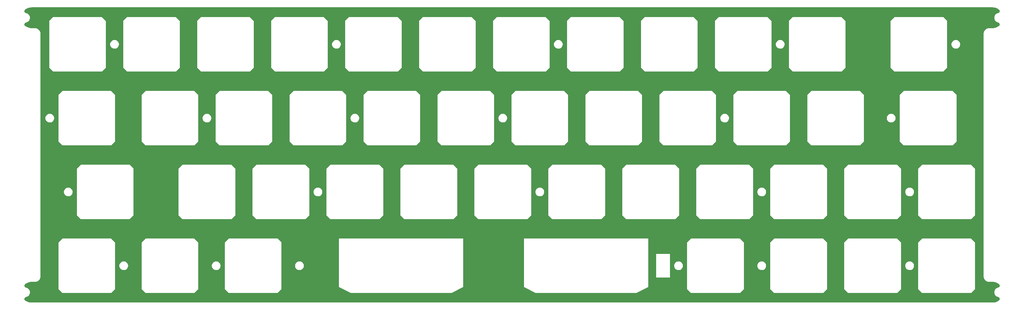
<source format=gbr>
%TF.GenerationSoftware,KiCad,Pcbnew,8.0.5*%
%TF.CreationDate,2024-11-10T15:24:53+01:00*%
%TF.ProjectId,plate hull split,706c6174-6520-4687-956c-6c2073706c69,rev?*%
%TF.SameCoordinates,Original*%
%TF.FileFunction,Copper,L1,Top*%
%TF.FilePolarity,Positive*%
%FSLAX46Y46*%
G04 Gerber Fmt 4.6, Leading zero omitted, Abs format (unit mm)*
G04 Created by KiCad (PCBNEW 8.0.5) date 2024-11-10 15:24:53*
%MOMM*%
%LPD*%
G01*
G04 APERTURE LIST*
G04 APERTURE END LIST*
%TA.AperFunction,Conductor*%
%TO.N,GND*%
G36*
X268232242Y-21431266D02*
G01*
X268235146Y-21431312D01*
X268400978Y-21433987D01*
X268415298Y-21435052D01*
X268750789Y-21479666D01*
X268766833Y-21482891D01*
X269092546Y-21571086D01*
X269108019Y-21576396D01*
X269419252Y-21706759D01*
X269433897Y-21714065D01*
X269726090Y-21884830D01*
X269738073Y-21892801D01*
X269818537Y-21953347D01*
X269871306Y-21993055D01*
X269875983Y-21996754D01*
X269916619Y-22030510D01*
X269938016Y-22053440D01*
X270001997Y-22142304D01*
X270018335Y-22173594D01*
X270054014Y-22274980D01*
X270060873Y-22309608D01*
X270066537Y-22416938D01*
X270063360Y-22452096D01*
X270038551Y-22556670D01*
X270025597Y-22589507D01*
X269972326Y-22682854D01*
X269950644Y-22710711D01*
X269873225Y-22785268D01*
X269844571Y-22805886D01*
X269747477Y-22856547D01*
X269718086Y-22867416D01*
X269664348Y-22879858D01*
X269663179Y-22880123D01*
X269551698Y-22904801D01*
X269551695Y-22904801D01*
X269338532Y-22989623D01*
X269338528Y-22989625D01*
X269144427Y-23111889D01*
X269144425Y-23111890D01*
X268975867Y-23267511D01*
X268838519Y-23451259D01*
X268838517Y-23451262D01*
X268736986Y-23656968D01*
X268736982Y-23656977D01*
X268674667Y-23877762D01*
X268674666Y-23877765D01*
X268653661Y-24106209D01*
X268674671Y-24334656D01*
X268674672Y-24334662D01*
X268736986Y-24555434D01*
X268736990Y-24555445D01*
X268812977Y-24709390D01*
X268838528Y-24761155D01*
X268838529Y-24761157D01*
X268838531Y-24761160D01*
X268920718Y-24871107D01*
X268975881Y-24944903D01*
X268975885Y-24944907D01*
X268975889Y-24944911D01*
X269088253Y-25048647D01*
X269144440Y-25100520D01*
X269338553Y-25222787D01*
X269338557Y-25222788D01*
X269338560Y-25222790D01*
X269338809Y-25222889D01*
X269551709Y-25307603D01*
X269663341Y-25332412D01*
X269664051Y-25332573D01*
X269718085Y-25345072D01*
X269747495Y-25355946D01*
X269844579Y-25406602D01*
X269873232Y-25427220D01*
X269950653Y-25501778D01*
X269972336Y-25529635D01*
X270025610Y-25622988D01*
X270038564Y-25655825D01*
X270063374Y-25760402D01*
X270066551Y-25795559D01*
X270060887Y-25902893D01*
X270054028Y-25937521D01*
X270018348Y-26038911D01*
X270002010Y-26070202D01*
X269938033Y-26159060D01*
X269916620Y-26182003D01*
X269875990Y-26215742D01*
X269871319Y-26219434D01*
X269738060Y-26319684D01*
X269726082Y-26327651D01*
X269433896Y-26498412D01*
X269419235Y-26505726D01*
X269108025Y-26636079D01*
X269092528Y-26641397D01*
X268766839Y-26729586D01*
X268750776Y-26732814D01*
X268415306Y-26777426D01*
X268400975Y-26778492D01*
X268235576Y-26781179D01*
X268232235Y-26781234D01*
X268230223Y-26781250D01*
X267406248Y-26781250D01*
X267317848Y-26782987D01*
X267288381Y-26783566D01*
X267288374Y-26783566D01*
X267055544Y-26820449D01*
X266831349Y-26893298D01*
X266673813Y-26973571D01*
X266621302Y-27000328D01*
X266621301Y-27000329D01*
X266430584Y-27138894D01*
X266263894Y-27305584D01*
X266263893Y-27305586D01*
X266125338Y-27496289D01*
X266125329Y-27496301D01*
X266018298Y-27706349D01*
X265945449Y-27930544D01*
X265908566Y-28163374D01*
X265908566Y-28163382D01*
X265906250Y-28281247D01*
X265906250Y-90781252D01*
X265908566Y-90899117D01*
X265908566Y-90899125D01*
X265945449Y-91131955D01*
X266018298Y-91356150D01*
X266070771Y-91459129D01*
X266125328Y-91566198D01*
X266263893Y-91756914D01*
X266430586Y-91923607D01*
X266621302Y-92062172D01*
X266780881Y-92143484D01*
X266831349Y-92169201D01*
X267055544Y-92242050D01*
X267143197Y-92255935D01*
X267288381Y-92278934D01*
X267399300Y-92281113D01*
X267406248Y-92281250D01*
X267406251Y-92281250D01*
X268230243Y-92281250D01*
X268232242Y-92281266D01*
X268235146Y-92281312D01*
X268400978Y-92283987D01*
X268415298Y-92285052D01*
X268750789Y-92329666D01*
X268766833Y-92332891D01*
X269092546Y-92421086D01*
X269108019Y-92426396D01*
X269419252Y-92556759D01*
X269433897Y-92564065D01*
X269726090Y-92734830D01*
X269738073Y-92742801D01*
X269818537Y-92803347D01*
X269871306Y-92843055D01*
X269875983Y-92846754D01*
X269916619Y-92880510D01*
X269938016Y-92903440D01*
X270001997Y-92992304D01*
X270018335Y-93023594D01*
X270054014Y-93124980D01*
X270060873Y-93159608D01*
X270066537Y-93266938D01*
X270063360Y-93302096D01*
X270038551Y-93406670D01*
X270025597Y-93439507D01*
X269972326Y-93532854D01*
X269950644Y-93560711D01*
X269873225Y-93635268D01*
X269844571Y-93655886D01*
X269747477Y-93706547D01*
X269718086Y-93717416D01*
X269664348Y-93729858D01*
X269663179Y-93730123D01*
X269551698Y-93754801D01*
X269551695Y-93754801D01*
X269338532Y-93839623D01*
X269338528Y-93839625D01*
X269144427Y-93961889D01*
X269144425Y-93961890D01*
X268975867Y-94117511D01*
X268838519Y-94301259D01*
X268838517Y-94301262D01*
X268736986Y-94506968D01*
X268736982Y-94506977D01*
X268674667Y-94727762D01*
X268674666Y-94727765D01*
X268653661Y-94956209D01*
X268674671Y-95184656D01*
X268674672Y-95184662D01*
X268736986Y-95405434D01*
X268736990Y-95405445D01*
X268812977Y-95559390D01*
X268838528Y-95611155D01*
X268838529Y-95611157D01*
X268838531Y-95611160D01*
X268920718Y-95721107D01*
X268975881Y-95794903D01*
X268975885Y-95794907D01*
X268975889Y-95794911D01*
X269088253Y-95898647D01*
X269144440Y-95950520D01*
X269338553Y-96072787D01*
X269338557Y-96072788D01*
X269338560Y-96072790D01*
X269338809Y-96072889D01*
X269551709Y-96157603D01*
X269663341Y-96182412D01*
X269664051Y-96182573D01*
X269718085Y-96195072D01*
X269747495Y-96205946D01*
X269844579Y-96256602D01*
X269873232Y-96277220D01*
X269950653Y-96351778D01*
X269972336Y-96379635D01*
X270025610Y-96472988D01*
X270038564Y-96505825D01*
X270063374Y-96610402D01*
X270066551Y-96645559D01*
X270060887Y-96752893D01*
X270054028Y-96787521D01*
X270018348Y-96888911D01*
X270002010Y-96920202D01*
X269938033Y-97009060D01*
X269916620Y-97032003D01*
X269875990Y-97065742D01*
X269871319Y-97069434D01*
X269738060Y-97169684D01*
X269726082Y-97177651D01*
X269433896Y-97348412D01*
X269419235Y-97355726D01*
X269108025Y-97486080D01*
X269092528Y-97491398D01*
X268766839Y-97579587D01*
X268750776Y-97582815D01*
X268415305Y-97627426D01*
X268400974Y-97628492D01*
X268235575Y-97631179D01*
X268232234Y-97631234D01*
X268230222Y-97631250D01*
X20694758Y-97631250D01*
X20692758Y-97631234D01*
X20524034Y-97628512D01*
X20509688Y-97627446D01*
X20174220Y-97582834D01*
X20158157Y-97579606D01*
X19832465Y-97491416D01*
X19816968Y-97486098D01*
X19505755Y-97355744D01*
X19491094Y-97348430D01*
X19491063Y-97348412D01*
X19198913Y-97177672D01*
X19186923Y-97169696D01*
X19053693Y-97069444D01*
X19049016Y-97065745D01*
X19008380Y-97031989D01*
X18986983Y-97009059D01*
X18923002Y-96920195D01*
X18906664Y-96888905D01*
X18870985Y-96787519D01*
X18864126Y-96752891D01*
X18858462Y-96645556D01*
X18861638Y-96610407D01*
X18886450Y-96505823D01*
X18899399Y-96472997D01*
X18952676Y-96379641D01*
X18974352Y-96351791D01*
X19051778Y-96277227D01*
X19080424Y-96256615D01*
X19177527Y-96205949D01*
X19206903Y-96195086D01*
X19260833Y-96182600D01*
X19261856Y-96182369D01*
X19373317Y-96157701D01*
X19586488Y-96072886D01*
X19780615Y-95950616D01*
X19949187Y-95794992D01*
X20086550Y-95611234D01*
X20086589Y-95611155D01*
X20188094Y-95405512D01*
X20188097Y-95405504D01*
X20250418Y-95184712D01*
X20250419Y-95184710D01*
X20257634Y-95106249D01*
X20271428Y-94956250D01*
X20250419Y-94727790D01*
X20188096Y-94506993D01*
X20188094Y-94506987D01*
X20086553Y-94301271D01*
X20086551Y-94301269D01*
X20086550Y-94301266D01*
X20007945Y-94196111D01*
X19949187Y-94117507D01*
X19949185Y-94117505D01*
X19780621Y-93961889D01*
X19780614Y-93961883D01*
X19586497Y-93839619D01*
X19586480Y-93839610D01*
X19373321Y-93754800D01*
X19373317Y-93754799D01*
X19261911Y-93730143D01*
X19260783Y-93729888D01*
X19235344Y-93724003D01*
X19206918Y-93717428D01*
X19177504Y-93706553D01*
X19080420Y-93655897D01*
X19051767Y-93635279D01*
X18974346Y-93560721D01*
X18952663Y-93532864D01*
X18952657Y-93532854D01*
X18934917Y-93501768D01*
X18899389Y-93439511D01*
X18886435Y-93406674D01*
X18861625Y-93302097D01*
X18858448Y-93266944D01*
X18864112Y-93159603D01*
X18870971Y-93124978D01*
X18906651Y-93023588D01*
X18922986Y-92992301D01*
X18986973Y-92903431D01*
X19008375Y-92880499D01*
X19049034Y-92846737D01*
X19053635Y-92843098D01*
X19186957Y-92742801D01*
X19198907Y-92734853D01*
X19491117Y-92564079D01*
X19505749Y-92556780D01*
X19816991Y-92426413D01*
X19832455Y-92421106D01*
X20158174Y-92332909D01*
X20174212Y-92329686D01*
X20509698Y-92285072D01*
X20524024Y-92284007D01*
X20692765Y-92281265D01*
X20694779Y-92281250D01*
X21518759Y-92281250D01*
X21594524Y-92279763D01*
X21636621Y-92278938D01*
X21869459Y-92242060D01*
X22093663Y-92169212D01*
X22303710Y-92062188D01*
X22494428Y-91923622D01*
X22661122Y-91756928D01*
X22799688Y-91566210D01*
X22906712Y-91356163D01*
X22979560Y-91131959D01*
X23016438Y-90899121D01*
X23018750Y-90781250D01*
X23018750Y-82106249D01*
X27625000Y-82106249D01*
X27625000Y-82106250D01*
X27625000Y-94106250D01*
X28625000Y-95106250D01*
X41225000Y-95106250D01*
X42225000Y-94106250D01*
X42225000Y-88106250D01*
X43324915Y-88106250D01*
X43345247Y-88319174D01*
X43405507Y-88524402D01*
X43455716Y-88621794D01*
X43503520Y-88714521D01*
X43635735Y-88882645D01*
X43635743Y-88882653D01*
X43797387Y-89022717D01*
X43982619Y-89129661D01*
X43982620Y-89129661D01*
X43982623Y-89129663D01*
X44184751Y-89199621D01*
X44396466Y-89230061D01*
X44610116Y-89219883D01*
X44817979Y-89169456D01*
X45012543Y-89080602D01*
X45186774Y-88956533D01*
X45334377Y-88801731D01*
X45450015Y-88621794D01*
X45529511Y-88423223D01*
X45569991Y-88213196D01*
X45572532Y-88106250D01*
X45569991Y-87999304D01*
X45529511Y-87789277D01*
X45450015Y-87590706D01*
X45334377Y-87410769D01*
X45186774Y-87255967D01*
X45012543Y-87131898D01*
X45012541Y-87131897D01*
X45012542Y-87131897D01*
X44905116Y-87082838D01*
X44817979Y-87043044D01*
X44610116Y-86992617D01*
X44396466Y-86982439D01*
X44396465Y-86982439D01*
X44396464Y-86982439D01*
X44396463Y-86982439D01*
X44184749Y-87012879D01*
X43982619Y-87082838D01*
X43797388Y-87189782D01*
X43797387Y-87189782D01*
X43635743Y-87329846D01*
X43635735Y-87329854D01*
X43503520Y-87497978D01*
X43455716Y-87590706D01*
X43405507Y-87688098D01*
X43345247Y-87893326D01*
X43324915Y-88106250D01*
X42225000Y-88106250D01*
X42225000Y-82106250D01*
X42224999Y-82106249D01*
X49056250Y-82106249D01*
X49056250Y-82106250D01*
X49056250Y-94106250D01*
X50056250Y-95106250D01*
X62656250Y-95106250D01*
X63656250Y-94106250D01*
X63656250Y-88106250D01*
X67137415Y-88106250D01*
X67157747Y-88319174D01*
X67218007Y-88524402D01*
X67268216Y-88621794D01*
X67316020Y-88714521D01*
X67448235Y-88882645D01*
X67448243Y-88882653D01*
X67609887Y-89022717D01*
X67795119Y-89129661D01*
X67795120Y-89129661D01*
X67795123Y-89129663D01*
X67997251Y-89199621D01*
X68208966Y-89230061D01*
X68422616Y-89219883D01*
X68630479Y-89169456D01*
X68825043Y-89080602D01*
X68999274Y-88956533D01*
X69146877Y-88801731D01*
X69262515Y-88621794D01*
X69342011Y-88423223D01*
X69382491Y-88213196D01*
X69385032Y-88106250D01*
X69382491Y-87999304D01*
X69342011Y-87789277D01*
X69262515Y-87590706D01*
X69146877Y-87410769D01*
X68999274Y-87255967D01*
X68825043Y-87131898D01*
X68825041Y-87131897D01*
X68825042Y-87131897D01*
X68717616Y-87082838D01*
X68630479Y-87043044D01*
X68422616Y-86992617D01*
X68208966Y-86982439D01*
X68208965Y-86982439D01*
X68208964Y-86982439D01*
X68208963Y-86982439D01*
X67997249Y-87012879D01*
X67795119Y-87082838D01*
X67609888Y-87189782D01*
X67609887Y-87189782D01*
X67448243Y-87329846D01*
X67448235Y-87329854D01*
X67316020Y-87497978D01*
X67268216Y-87590706D01*
X67218007Y-87688098D01*
X67157747Y-87893326D01*
X67137415Y-88106250D01*
X63656250Y-88106250D01*
X63656250Y-82106250D01*
X63656249Y-82106249D01*
X70487500Y-82106249D01*
X70487500Y-82106250D01*
X70487500Y-94106250D01*
X71487500Y-95106250D01*
X84087500Y-95106250D01*
X85087500Y-94106250D01*
X85087500Y-88106250D01*
X88568665Y-88106250D01*
X88588997Y-88319174D01*
X88649257Y-88524402D01*
X88699466Y-88621794D01*
X88747270Y-88714521D01*
X88879485Y-88882645D01*
X88879493Y-88882653D01*
X89041137Y-89022717D01*
X89226369Y-89129661D01*
X89226370Y-89129661D01*
X89226373Y-89129663D01*
X89428501Y-89199621D01*
X89640216Y-89230061D01*
X89853866Y-89219883D01*
X90061729Y-89169456D01*
X90256293Y-89080602D01*
X90430524Y-88956533D01*
X90578127Y-88801731D01*
X90693765Y-88621794D01*
X90773261Y-88423223D01*
X90813741Y-88213196D01*
X90816282Y-88106250D01*
X99887500Y-88106250D01*
X99887500Y-93606250D01*
X99887501Y-93606251D01*
X102887499Y-95106250D01*
X128887500Y-95106250D01*
X128887501Y-95106250D01*
X131887498Y-93606251D01*
X131887500Y-93606250D01*
X131887500Y-88106250D01*
X147512500Y-88106250D01*
X147512500Y-93606250D01*
X147512501Y-93606251D01*
X150512499Y-95106250D01*
X176512500Y-95106250D01*
X176512501Y-95106250D01*
X179512498Y-93606251D01*
X179512500Y-93606250D01*
X179512500Y-91182607D01*
X181557575Y-91182607D01*
X185154924Y-91182607D01*
X185154924Y-88106250D01*
X186199915Y-88106250D01*
X186220247Y-88319174D01*
X186280507Y-88524402D01*
X186330716Y-88621794D01*
X186378520Y-88714521D01*
X186510735Y-88882645D01*
X186510743Y-88882653D01*
X186672387Y-89022717D01*
X186857619Y-89129661D01*
X186857620Y-89129661D01*
X186857623Y-89129663D01*
X187059751Y-89199621D01*
X187271466Y-89230061D01*
X187485116Y-89219883D01*
X187692979Y-89169456D01*
X187887543Y-89080602D01*
X188061774Y-88956533D01*
X188209377Y-88801731D01*
X188325015Y-88621794D01*
X188404511Y-88423223D01*
X188444991Y-88213196D01*
X188447532Y-88106250D01*
X188444991Y-87999304D01*
X188404511Y-87789277D01*
X188325015Y-87590706D01*
X188209377Y-87410769D01*
X188061774Y-87255967D01*
X187887543Y-87131898D01*
X187887541Y-87131897D01*
X187887542Y-87131897D01*
X187780116Y-87082838D01*
X187692979Y-87043044D01*
X187485116Y-86992617D01*
X187271466Y-86982439D01*
X187271465Y-86982439D01*
X187271464Y-86982439D01*
X187271463Y-86982439D01*
X187059749Y-87012879D01*
X186857619Y-87082838D01*
X186672388Y-87189782D01*
X186672387Y-87189782D01*
X186510743Y-87329846D01*
X186510735Y-87329854D01*
X186378520Y-87497978D01*
X186330716Y-87590706D01*
X186280507Y-87688098D01*
X186220247Y-87893326D01*
X186199915Y-88106250D01*
X185154924Y-88106250D01*
X185154924Y-85028334D01*
X181557575Y-85028334D01*
X181557575Y-91182607D01*
X179512500Y-91182607D01*
X179512500Y-88106250D01*
X179512500Y-82106249D01*
X189550000Y-82106249D01*
X189550000Y-82106250D01*
X189550000Y-94106250D01*
X190550000Y-95106250D01*
X203150000Y-95106250D01*
X204150000Y-94106250D01*
X204150000Y-88106250D01*
X207631165Y-88106250D01*
X207651497Y-88319174D01*
X207711757Y-88524402D01*
X207761966Y-88621794D01*
X207809770Y-88714521D01*
X207941985Y-88882645D01*
X207941993Y-88882653D01*
X208103637Y-89022717D01*
X208288869Y-89129661D01*
X208288870Y-89129661D01*
X208288873Y-89129663D01*
X208491001Y-89199621D01*
X208702716Y-89230061D01*
X208916366Y-89219883D01*
X209124229Y-89169456D01*
X209318793Y-89080602D01*
X209493024Y-88956533D01*
X209640627Y-88801731D01*
X209756265Y-88621794D01*
X209835761Y-88423223D01*
X209876241Y-88213196D01*
X209878782Y-88106250D01*
X209876241Y-87999304D01*
X209835761Y-87789277D01*
X209756265Y-87590706D01*
X209640627Y-87410769D01*
X209493024Y-87255967D01*
X209318793Y-87131898D01*
X209318791Y-87131897D01*
X209318792Y-87131897D01*
X209211366Y-87082838D01*
X209124229Y-87043044D01*
X208916366Y-86992617D01*
X208702716Y-86982439D01*
X208702715Y-86982439D01*
X208702714Y-86982439D01*
X208702713Y-86982439D01*
X208490999Y-87012879D01*
X208288869Y-87082838D01*
X208103638Y-87189782D01*
X208103637Y-87189782D01*
X207941993Y-87329846D01*
X207941985Y-87329854D01*
X207809770Y-87497978D01*
X207761966Y-87590706D01*
X207711757Y-87688098D01*
X207651497Y-87893326D01*
X207631165Y-88106250D01*
X204150000Y-88106250D01*
X204150000Y-82106250D01*
X204149999Y-82106249D01*
X210981250Y-82106249D01*
X210981250Y-82106250D01*
X210981250Y-94106250D01*
X211981250Y-95106250D01*
X224581250Y-95106250D01*
X225581250Y-94106250D01*
X225581250Y-82106250D01*
X225581249Y-82106249D01*
X230031250Y-82106249D01*
X230031250Y-82106250D01*
X230031250Y-94106250D01*
X231031250Y-95106250D01*
X243631250Y-95106250D01*
X244631250Y-94106250D01*
X244631250Y-88106250D01*
X245731165Y-88106250D01*
X245751497Y-88319174D01*
X245811757Y-88524402D01*
X245861966Y-88621794D01*
X245909770Y-88714521D01*
X246041985Y-88882645D01*
X246041993Y-88882653D01*
X246203637Y-89022717D01*
X246388869Y-89129661D01*
X246388870Y-89129661D01*
X246388873Y-89129663D01*
X246591001Y-89199621D01*
X246802716Y-89230061D01*
X247016366Y-89219883D01*
X247224229Y-89169456D01*
X247418793Y-89080602D01*
X247593024Y-88956533D01*
X247740627Y-88801731D01*
X247856265Y-88621794D01*
X247935761Y-88423223D01*
X247976241Y-88213196D01*
X247978782Y-88106250D01*
X247976241Y-87999304D01*
X247935761Y-87789277D01*
X247856265Y-87590706D01*
X247740627Y-87410769D01*
X247593024Y-87255967D01*
X247418793Y-87131898D01*
X247418791Y-87131897D01*
X247418792Y-87131897D01*
X247311366Y-87082838D01*
X247224229Y-87043044D01*
X247016366Y-86992617D01*
X246802716Y-86982439D01*
X246802715Y-86982439D01*
X246802714Y-86982439D01*
X246802713Y-86982439D01*
X246590999Y-87012879D01*
X246388869Y-87082838D01*
X246203638Y-87189782D01*
X246203637Y-87189782D01*
X246041993Y-87329846D01*
X246041985Y-87329854D01*
X245909770Y-87497978D01*
X245861966Y-87590706D01*
X245811757Y-87688098D01*
X245751497Y-87893326D01*
X245731165Y-88106250D01*
X244631250Y-88106250D01*
X244631250Y-82106250D01*
X244631249Y-82106249D01*
X249081250Y-82106249D01*
X249081250Y-82106250D01*
X249081250Y-94106250D01*
X250081250Y-95106250D01*
X262681250Y-95106250D01*
X263681250Y-94106250D01*
X263681250Y-82106250D01*
X262681250Y-81106250D01*
X250081249Y-81106250D01*
X249081250Y-82106249D01*
X244631249Y-82106249D01*
X243631250Y-81106250D01*
X231031249Y-81106250D01*
X230031250Y-82106249D01*
X225581249Y-82106249D01*
X224581250Y-81106250D01*
X211981249Y-81106250D01*
X210981250Y-82106249D01*
X204149999Y-82106249D01*
X203150000Y-81106250D01*
X190549999Y-81106250D01*
X189550000Y-82106249D01*
X179512500Y-82106249D01*
X179512500Y-81106250D01*
X147512500Y-81106250D01*
X147512500Y-88106250D01*
X131887500Y-88106250D01*
X131887500Y-81106250D01*
X99887500Y-81106250D01*
X99887500Y-88106250D01*
X90816282Y-88106250D01*
X90813741Y-87999304D01*
X90773261Y-87789277D01*
X90693765Y-87590706D01*
X90578127Y-87410769D01*
X90430524Y-87255967D01*
X90256293Y-87131898D01*
X90256291Y-87131897D01*
X90256292Y-87131897D01*
X90148866Y-87082838D01*
X90061729Y-87043044D01*
X89853866Y-86992617D01*
X89640216Y-86982439D01*
X89640215Y-86982439D01*
X89640214Y-86982439D01*
X89640213Y-86982439D01*
X89428499Y-87012879D01*
X89226369Y-87082838D01*
X89041138Y-87189782D01*
X89041137Y-87189782D01*
X88879493Y-87329846D01*
X88879485Y-87329854D01*
X88747270Y-87497978D01*
X88699466Y-87590706D01*
X88649257Y-87688098D01*
X88588997Y-87893326D01*
X88568665Y-88106250D01*
X85087500Y-88106250D01*
X85087500Y-82106250D01*
X84087500Y-81106250D01*
X71487499Y-81106250D01*
X70487500Y-82106249D01*
X63656249Y-82106249D01*
X62656250Y-81106250D01*
X50056249Y-81106250D01*
X49056250Y-82106249D01*
X42224999Y-82106249D01*
X41225000Y-81106250D01*
X28624999Y-81106250D01*
X27625000Y-82106249D01*
X23018750Y-82106249D01*
X23018750Y-69056250D01*
X29037415Y-69056250D01*
X29057747Y-69269174D01*
X29118007Y-69474402D01*
X29168216Y-69571794D01*
X29216020Y-69664521D01*
X29348235Y-69832645D01*
X29348243Y-69832653D01*
X29509887Y-69972717D01*
X29695119Y-70079661D01*
X29695120Y-70079661D01*
X29695123Y-70079663D01*
X29897251Y-70149621D01*
X30108966Y-70180061D01*
X30322616Y-70169883D01*
X30530479Y-70119456D01*
X30725043Y-70030602D01*
X30899274Y-69906533D01*
X31046877Y-69751731D01*
X31162515Y-69571794D01*
X31242011Y-69373223D01*
X31282491Y-69163196D01*
X31285032Y-69056250D01*
X31282491Y-68949304D01*
X31242011Y-68739277D01*
X31162515Y-68540706D01*
X31046877Y-68360769D01*
X30899274Y-68205967D01*
X30725043Y-68081898D01*
X30725041Y-68081897D01*
X30725042Y-68081897D01*
X30617616Y-68032838D01*
X30530479Y-67993044D01*
X30322616Y-67942617D01*
X30108966Y-67932439D01*
X30108965Y-67932439D01*
X30108964Y-67932439D01*
X30108963Y-67932439D01*
X29897249Y-67962879D01*
X29695119Y-68032838D01*
X29509888Y-68139782D01*
X29509887Y-68139782D01*
X29348243Y-68279846D01*
X29348235Y-68279854D01*
X29216020Y-68447978D01*
X29168216Y-68540706D01*
X29118007Y-68638098D01*
X29057747Y-68843326D01*
X29037415Y-69056250D01*
X23018750Y-69056250D01*
X23018750Y-63056249D01*
X32387500Y-63056249D01*
X32387500Y-63056250D01*
X32387500Y-75056250D01*
X33387500Y-76056250D01*
X45987500Y-76056250D01*
X46987500Y-75056250D01*
X46987500Y-63056250D01*
X46987499Y-63056249D01*
X58581250Y-63056249D01*
X58581250Y-63056250D01*
X58581250Y-75056250D01*
X59581250Y-76056250D01*
X72181250Y-76056250D01*
X73181250Y-75056250D01*
X73181250Y-63056250D01*
X73181249Y-63056249D01*
X77631250Y-63056249D01*
X77631250Y-63056250D01*
X77631250Y-75056250D01*
X78631250Y-76056250D01*
X91231250Y-76056250D01*
X92231250Y-75056250D01*
X92231250Y-69056250D01*
X93331165Y-69056250D01*
X93351497Y-69269174D01*
X93411757Y-69474402D01*
X93461966Y-69571794D01*
X93509770Y-69664521D01*
X93641985Y-69832645D01*
X93641993Y-69832653D01*
X93803637Y-69972717D01*
X93988869Y-70079661D01*
X93988870Y-70079661D01*
X93988873Y-70079663D01*
X94191001Y-70149621D01*
X94402716Y-70180061D01*
X94616366Y-70169883D01*
X94824229Y-70119456D01*
X95018793Y-70030602D01*
X95193024Y-69906533D01*
X95340627Y-69751731D01*
X95456265Y-69571794D01*
X95535761Y-69373223D01*
X95576241Y-69163196D01*
X95578782Y-69056250D01*
X95576241Y-68949304D01*
X95535761Y-68739277D01*
X95456265Y-68540706D01*
X95340627Y-68360769D01*
X95193024Y-68205967D01*
X95018793Y-68081898D01*
X95018791Y-68081897D01*
X95018792Y-68081897D01*
X94911366Y-68032838D01*
X94824229Y-67993044D01*
X94616366Y-67942617D01*
X94402716Y-67932439D01*
X94402715Y-67932439D01*
X94402714Y-67932439D01*
X94402713Y-67932439D01*
X94190999Y-67962879D01*
X93988869Y-68032838D01*
X93803638Y-68139782D01*
X93803637Y-68139782D01*
X93641993Y-68279846D01*
X93641985Y-68279854D01*
X93509770Y-68447978D01*
X93461966Y-68540706D01*
X93411757Y-68638098D01*
X93351497Y-68843326D01*
X93331165Y-69056250D01*
X92231250Y-69056250D01*
X92231250Y-63056250D01*
X92231249Y-63056249D01*
X96681250Y-63056249D01*
X96681250Y-63056250D01*
X96681250Y-75056250D01*
X97681250Y-76056250D01*
X110281250Y-76056250D01*
X111281250Y-75056250D01*
X111281250Y-63056250D01*
X111281249Y-63056249D01*
X115731250Y-63056249D01*
X115731250Y-63056250D01*
X115731250Y-75056250D01*
X116731250Y-76056250D01*
X129331250Y-76056250D01*
X130331250Y-75056250D01*
X130331250Y-63056250D01*
X130331249Y-63056249D01*
X134781250Y-63056249D01*
X134781250Y-63056250D01*
X134781250Y-75056250D01*
X135781250Y-76056250D01*
X148381250Y-76056250D01*
X149381250Y-75056250D01*
X149381250Y-69056250D01*
X150481165Y-69056250D01*
X150501497Y-69269174D01*
X150561757Y-69474402D01*
X150611966Y-69571794D01*
X150659770Y-69664521D01*
X150791985Y-69832645D01*
X150791993Y-69832653D01*
X150953637Y-69972717D01*
X151138869Y-70079661D01*
X151138870Y-70079661D01*
X151138873Y-70079663D01*
X151341001Y-70149621D01*
X151552716Y-70180061D01*
X151766366Y-70169883D01*
X151974229Y-70119456D01*
X152168793Y-70030602D01*
X152343024Y-69906533D01*
X152490627Y-69751731D01*
X152606265Y-69571794D01*
X152685761Y-69373223D01*
X152726241Y-69163196D01*
X152728782Y-69056250D01*
X152726241Y-68949304D01*
X152685761Y-68739277D01*
X152606265Y-68540706D01*
X152490627Y-68360769D01*
X152343024Y-68205967D01*
X152168793Y-68081898D01*
X152168791Y-68081897D01*
X152168792Y-68081897D01*
X152061366Y-68032838D01*
X151974229Y-67993044D01*
X151766366Y-67942617D01*
X151552716Y-67932439D01*
X151552715Y-67932439D01*
X151552714Y-67932439D01*
X151552713Y-67932439D01*
X151340999Y-67962879D01*
X151138869Y-68032838D01*
X150953638Y-68139782D01*
X150953637Y-68139782D01*
X150791993Y-68279846D01*
X150791985Y-68279854D01*
X150659770Y-68447978D01*
X150611966Y-68540706D01*
X150561757Y-68638098D01*
X150501497Y-68843326D01*
X150481165Y-69056250D01*
X149381250Y-69056250D01*
X149381250Y-63056250D01*
X149381249Y-63056249D01*
X153831250Y-63056249D01*
X153831250Y-63056250D01*
X153831250Y-75056250D01*
X154831250Y-76056250D01*
X167431250Y-76056250D01*
X168431250Y-75056250D01*
X168431250Y-63056250D01*
X168431249Y-63056249D01*
X172881250Y-63056249D01*
X172881250Y-63056250D01*
X172881250Y-75056250D01*
X173881250Y-76056250D01*
X186481250Y-76056250D01*
X187481250Y-75056250D01*
X187481250Y-63056250D01*
X187481249Y-63056249D01*
X191931250Y-63056249D01*
X191931250Y-63056250D01*
X191931250Y-75056250D01*
X192931250Y-76056250D01*
X205531250Y-76056250D01*
X206531250Y-75056250D01*
X206531250Y-69056250D01*
X207631165Y-69056250D01*
X207651497Y-69269174D01*
X207711757Y-69474402D01*
X207761966Y-69571794D01*
X207809770Y-69664521D01*
X207941985Y-69832645D01*
X207941993Y-69832653D01*
X208103637Y-69972717D01*
X208288869Y-70079661D01*
X208288870Y-70079661D01*
X208288873Y-70079663D01*
X208491001Y-70149621D01*
X208702716Y-70180061D01*
X208916366Y-70169883D01*
X209124229Y-70119456D01*
X209318793Y-70030602D01*
X209493024Y-69906533D01*
X209640627Y-69751731D01*
X209756265Y-69571794D01*
X209835761Y-69373223D01*
X209876241Y-69163196D01*
X209878782Y-69056250D01*
X209876241Y-68949304D01*
X209835761Y-68739277D01*
X209756265Y-68540706D01*
X209640627Y-68360769D01*
X209493024Y-68205967D01*
X209318793Y-68081898D01*
X209318791Y-68081897D01*
X209318792Y-68081897D01*
X209211366Y-68032838D01*
X209124229Y-67993044D01*
X208916366Y-67942617D01*
X208702716Y-67932439D01*
X208702715Y-67932439D01*
X208702714Y-67932439D01*
X208702713Y-67932439D01*
X208490999Y-67962879D01*
X208288869Y-68032838D01*
X208103638Y-68139782D01*
X208103637Y-68139782D01*
X207941993Y-68279846D01*
X207941985Y-68279854D01*
X207809770Y-68447978D01*
X207761966Y-68540706D01*
X207711757Y-68638098D01*
X207651497Y-68843326D01*
X207631165Y-69056250D01*
X206531250Y-69056250D01*
X206531250Y-63056250D01*
X206531249Y-63056249D01*
X210981250Y-63056249D01*
X210981250Y-63056250D01*
X210981250Y-75056250D01*
X211981250Y-76056250D01*
X224581250Y-76056250D01*
X225581250Y-75056250D01*
X225581250Y-63056250D01*
X225581249Y-63056249D01*
X230031250Y-63056249D01*
X230031250Y-63056250D01*
X230031250Y-75056250D01*
X231031250Y-76056250D01*
X243631250Y-76056250D01*
X244631250Y-75056250D01*
X244631250Y-69056250D01*
X245731165Y-69056250D01*
X245751497Y-69269174D01*
X245811757Y-69474402D01*
X245861966Y-69571794D01*
X245909770Y-69664521D01*
X246041985Y-69832645D01*
X246041993Y-69832653D01*
X246203637Y-69972717D01*
X246388869Y-70079661D01*
X246388870Y-70079661D01*
X246388873Y-70079663D01*
X246591001Y-70149621D01*
X246802716Y-70180061D01*
X247016366Y-70169883D01*
X247224229Y-70119456D01*
X247418793Y-70030602D01*
X247593024Y-69906533D01*
X247740627Y-69751731D01*
X247856265Y-69571794D01*
X247935761Y-69373223D01*
X247976241Y-69163196D01*
X247978782Y-69056250D01*
X247976241Y-68949304D01*
X247935761Y-68739277D01*
X247856265Y-68540706D01*
X247740627Y-68360769D01*
X247593024Y-68205967D01*
X247418793Y-68081898D01*
X247418791Y-68081897D01*
X247418792Y-68081897D01*
X247311366Y-68032838D01*
X247224229Y-67993044D01*
X247016366Y-67942617D01*
X246802716Y-67932439D01*
X246802715Y-67932439D01*
X246802714Y-67932439D01*
X246802713Y-67932439D01*
X246590999Y-67962879D01*
X246388869Y-68032838D01*
X246203638Y-68139782D01*
X246203637Y-68139782D01*
X246041993Y-68279846D01*
X246041985Y-68279854D01*
X245909770Y-68447978D01*
X245861966Y-68540706D01*
X245811757Y-68638098D01*
X245751497Y-68843326D01*
X245731165Y-69056250D01*
X244631250Y-69056250D01*
X244631250Y-63056250D01*
X244631249Y-63056249D01*
X249081250Y-63056249D01*
X249081250Y-63056250D01*
X249081250Y-75056250D01*
X250081250Y-76056250D01*
X262681250Y-76056250D01*
X263681250Y-75056250D01*
X263681250Y-63056250D01*
X262681250Y-62056250D01*
X250081249Y-62056250D01*
X249081250Y-63056249D01*
X244631249Y-63056249D01*
X243631250Y-62056250D01*
X231031249Y-62056250D01*
X230031250Y-63056249D01*
X225581249Y-63056249D01*
X224581250Y-62056250D01*
X211981249Y-62056250D01*
X210981250Y-63056249D01*
X206531249Y-63056249D01*
X205531250Y-62056250D01*
X192931249Y-62056250D01*
X191931250Y-63056249D01*
X187481249Y-63056249D01*
X186481250Y-62056250D01*
X173881249Y-62056250D01*
X172881250Y-63056249D01*
X168431249Y-63056249D01*
X167431250Y-62056250D01*
X154831249Y-62056250D01*
X153831250Y-63056249D01*
X149381249Y-63056249D01*
X148381250Y-62056250D01*
X135781249Y-62056250D01*
X134781250Y-63056249D01*
X130331249Y-63056249D01*
X129331250Y-62056250D01*
X116731249Y-62056250D01*
X115731250Y-63056249D01*
X111281249Y-63056249D01*
X110281250Y-62056250D01*
X97681249Y-62056250D01*
X96681250Y-63056249D01*
X92231249Y-63056249D01*
X91231250Y-62056250D01*
X78631249Y-62056250D01*
X77631250Y-63056249D01*
X73181249Y-63056249D01*
X72181250Y-62056250D01*
X59581249Y-62056250D01*
X58581250Y-63056249D01*
X46987499Y-63056249D01*
X45987500Y-62056250D01*
X33387499Y-62056250D01*
X32387500Y-63056249D01*
X23018750Y-63056249D01*
X23018750Y-50006250D01*
X24274915Y-50006250D01*
X24295247Y-50219174D01*
X24355507Y-50424402D01*
X24405716Y-50521794D01*
X24453520Y-50614521D01*
X24585735Y-50782645D01*
X24585743Y-50782653D01*
X24747387Y-50922717D01*
X24932619Y-51029661D01*
X24932620Y-51029661D01*
X24932623Y-51029663D01*
X25134751Y-51099621D01*
X25346466Y-51130061D01*
X25560116Y-51119883D01*
X25767979Y-51069456D01*
X25962543Y-50980602D01*
X26136774Y-50856533D01*
X26284377Y-50701731D01*
X26400015Y-50521794D01*
X26479511Y-50323223D01*
X26519991Y-50113196D01*
X26522532Y-50006250D01*
X26519991Y-49899304D01*
X26479511Y-49689277D01*
X26400015Y-49490706D01*
X26284377Y-49310769D01*
X26136774Y-49155967D01*
X25962543Y-49031898D01*
X25962541Y-49031897D01*
X25962542Y-49031897D01*
X25855116Y-48982838D01*
X25767979Y-48943044D01*
X25560116Y-48892617D01*
X25346466Y-48882439D01*
X25346465Y-48882439D01*
X25346464Y-48882439D01*
X25346463Y-48882439D01*
X25134749Y-48912879D01*
X24932619Y-48982838D01*
X24747388Y-49089782D01*
X24747387Y-49089782D01*
X24585743Y-49229846D01*
X24585735Y-49229854D01*
X24453520Y-49397978D01*
X24405716Y-49490706D01*
X24355507Y-49588098D01*
X24295247Y-49793326D01*
X24274915Y-50006250D01*
X23018750Y-50006250D01*
X23018750Y-44006249D01*
X27625000Y-44006249D01*
X27625000Y-44006250D01*
X27625000Y-56006250D01*
X28625000Y-57006250D01*
X41225000Y-57006250D01*
X42225000Y-56006250D01*
X42225000Y-44006250D01*
X42224999Y-44006249D01*
X49056250Y-44006249D01*
X49056250Y-44006250D01*
X49056250Y-56006250D01*
X50056250Y-57006250D01*
X62656250Y-57006250D01*
X63656250Y-56006250D01*
X63656250Y-50006250D01*
X64756165Y-50006250D01*
X64776497Y-50219174D01*
X64836757Y-50424402D01*
X64886966Y-50521794D01*
X64934770Y-50614521D01*
X65066985Y-50782645D01*
X65066993Y-50782653D01*
X65228637Y-50922717D01*
X65413869Y-51029661D01*
X65413870Y-51029661D01*
X65413873Y-51029663D01*
X65616001Y-51099621D01*
X65827716Y-51130061D01*
X66041366Y-51119883D01*
X66249229Y-51069456D01*
X66443793Y-50980602D01*
X66618024Y-50856533D01*
X66765627Y-50701731D01*
X66881265Y-50521794D01*
X66960761Y-50323223D01*
X67001241Y-50113196D01*
X67003782Y-50006250D01*
X67001241Y-49899304D01*
X66960761Y-49689277D01*
X66881265Y-49490706D01*
X66765627Y-49310769D01*
X66618024Y-49155967D01*
X66443793Y-49031898D01*
X66443791Y-49031897D01*
X66443792Y-49031897D01*
X66336366Y-48982838D01*
X66249229Y-48943044D01*
X66041366Y-48892617D01*
X65827716Y-48882439D01*
X65827715Y-48882439D01*
X65827714Y-48882439D01*
X65827713Y-48882439D01*
X65615999Y-48912879D01*
X65413869Y-48982838D01*
X65228638Y-49089782D01*
X65228637Y-49089782D01*
X65066993Y-49229846D01*
X65066985Y-49229854D01*
X64934770Y-49397978D01*
X64886966Y-49490706D01*
X64836757Y-49588098D01*
X64776497Y-49793326D01*
X64756165Y-50006250D01*
X63656250Y-50006250D01*
X63656250Y-44006250D01*
X63656249Y-44006249D01*
X68106250Y-44006249D01*
X68106250Y-44006250D01*
X68106250Y-56006250D01*
X69106250Y-57006250D01*
X81706250Y-57006250D01*
X82706250Y-56006250D01*
X82706250Y-44006250D01*
X82706249Y-44006249D01*
X87156250Y-44006249D01*
X87156250Y-44006250D01*
X87156250Y-56006250D01*
X88156250Y-57006250D01*
X100756250Y-57006250D01*
X101756250Y-56006250D01*
X101756250Y-50006250D01*
X102856165Y-50006250D01*
X102876497Y-50219174D01*
X102936757Y-50424402D01*
X102986966Y-50521794D01*
X103034770Y-50614521D01*
X103166985Y-50782645D01*
X103166993Y-50782653D01*
X103328637Y-50922717D01*
X103513869Y-51029661D01*
X103513870Y-51029661D01*
X103513873Y-51029663D01*
X103716001Y-51099621D01*
X103927716Y-51130061D01*
X104141366Y-51119883D01*
X104349229Y-51069456D01*
X104543793Y-50980602D01*
X104718024Y-50856533D01*
X104865627Y-50701731D01*
X104981265Y-50521794D01*
X105060761Y-50323223D01*
X105101241Y-50113196D01*
X105103782Y-50006250D01*
X105101241Y-49899304D01*
X105060761Y-49689277D01*
X104981265Y-49490706D01*
X104865627Y-49310769D01*
X104718024Y-49155967D01*
X104543793Y-49031898D01*
X104543791Y-49031897D01*
X104543792Y-49031897D01*
X104436366Y-48982838D01*
X104349229Y-48943044D01*
X104141366Y-48892617D01*
X103927716Y-48882439D01*
X103927715Y-48882439D01*
X103927714Y-48882439D01*
X103927713Y-48882439D01*
X103715999Y-48912879D01*
X103513869Y-48982838D01*
X103328638Y-49089782D01*
X103328637Y-49089782D01*
X103166993Y-49229846D01*
X103166985Y-49229854D01*
X103034770Y-49397978D01*
X102986966Y-49490706D01*
X102936757Y-49588098D01*
X102876497Y-49793326D01*
X102856165Y-50006250D01*
X101756250Y-50006250D01*
X101756250Y-44006250D01*
X101756249Y-44006249D01*
X106206250Y-44006249D01*
X106206250Y-44006250D01*
X106206250Y-56006250D01*
X107206250Y-57006250D01*
X119806250Y-57006250D01*
X120806250Y-56006250D01*
X120806250Y-44006250D01*
X120806249Y-44006249D01*
X125256250Y-44006249D01*
X125256250Y-44006250D01*
X125256250Y-56006250D01*
X126256250Y-57006250D01*
X138856250Y-57006250D01*
X139856250Y-56006250D01*
X139856250Y-50006250D01*
X140956165Y-50006250D01*
X140976497Y-50219174D01*
X141036757Y-50424402D01*
X141086966Y-50521794D01*
X141134770Y-50614521D01*
X141266985Y-50782645D01*
X141266993Y-50782653D01*
X141428637Y-50922717D01*
X141613869Y-51029661D01*
X141613870Y-51029661D01*
X141613873Y-51029663D01*
X141816001Y-51099621D01*
X142027716Y-51130061D01*
X142241366Y-51119883D01*
X142449229Y-51069456D01*
X142643793Y-50980602D01*
X142818024Y-50856533D01*
X142965627Y-50701731D01*
X143081265Y-50521794D01*
X143160761Y-50323223D01*
X143201241Y-50113196D01*
X143203782Y-50006250D01*
X143201241Y-49899304D01*
X143160761Y-49689277D01*
X143081265Y-49490706D01*
X142965627Y-49310769D01*
X142818024Y-49155967D01*
X142643793Y-49031898D01*
X142643791Y-49031897D01*
X142643792Y-49031897D01*
X142536366Y-48982838D01*
X142449229Y-48943044D01*
X142241366Y-48892617D01*
X142027716Y-48882439D01*
X142027715Y-48882439D01*
X142027714Y-48882439D01*
X142027713Y-48882439D01*
X141815999Y-48912879D01*
X141613869Y-48982838D01*
X141428638Y-49089782D01*
X141428637Y-49089782D01*
X141266993Y-49229846D01*
X141266985Y-49229854D01*
X141134770Y-49397978D01*
X141086966Y-49490706D01*
X141036757Y-49588098D01*
X140976497Y-49793326D01*
X140956165Y-50006250D01*
X139856250Y-50006250D01*
X139856250Y-44006250D01*
X139856249Y-44006249D01*
X144306250Y-44006249D01*
X144306250Y-44006250D01*
X144306250Y-56006250D01*
X145306250Y-57006250D01*
X157906250Y-57006250D01*
X158906250Y-56006250D01*
X158906250Y-44006250D01*
X158906249Y-44006249D01*
X163356250Y-44006249D01*
X163356250Y-44006250D01*
X163356250Y-56006250D01*
X164356250Y-57006250D01*
X176956250Y-57006250D01*
X177956250Y-56006250D01*
X177956250Y-44006250D01*
X177956249Y-44006249D01*
X182406250Y-44006249D01*
X182406250Y-44006250D01*
X182406250Y-56006250D01*
X183406250Y-57006250D01*
X196006250Y-57006250D01*
X197006250Y-56006250D01*
X197006250Y-50006250D01*
X198106165Y-50006250D01*
X198126497Y-50219174D01*
X198186757Y-50424402D01*
X198236966Y-50521794D01*
X198284770Y-50614521D01*
X198416985Y-50782645D01*
X198416993Y-50782653D01*
X198578637Y-50922717D01*
X198763869Y-51029661D01*
X198763870Y-51029661D01*
X198763873Y-51029663D01*
X198966001Y-51099621D01*
X199177716Y-51130061D01*
X199391366Y-51119883D01*
X199599229Y-51069456D01*
X199793793Y-50980602D01*
X199968024Y-50856533D01*
X200115627Y-50701731D01*
X200231265Y-50521794D01*
X200310761Y-50323223D01*
X200351241Y-50113196D01*
X200353782Y-50006250D01*
X200351241Y-49899304D01*
X200310761Y-49689277D01*
X200231265Y-49490706D01*
X200115627Y-49310769D01*
X199968024Y-49155967D01*
X199793793Y-49031898D01*
X199793791Y-49031897D01*
X199793792Y-49031897D01*
X199686366Y-48982838D01*
X199599229Y-48943044D01*
X199391366Y-48892617D01*
X199177716Y-48882439D01*
X199177715Y-48882439D01*
X199177714Y-48882439D01*
X199177713Y-48882439D01*
X198965999Y-48912879D01*
X198763869Y-48982838D01*
X198578638Y-49089782D01*
X198578637Y-49089782D01*
X198416993Y-49229846D01*
X198416985Y-49229854D01*
X198284770Y-49397978D01*
X198236966Y-49490706D01*
X198186757Y-49588098D01*
X198126497Y-49793326D01*
X198106165Y-50006250D01*
X197006250Y-50006250D01*
X197006250Y-44006250D01*
X197006249Y-44006249D01*
X201456250Y-44006249D01*
X201456250Y-44006250D01*
X201456250Y-56006250D01*
X202456250Y-57006250D01*
X215056250Y-57006250D01*
X216056250Y-56006250D01*
X216056250Y-44006250D01*
X216056249Y-44006249D01*
X220506250Y-44006249D01*
X220506250Y-44006250D01*
X220506250Y-56006250D01*
X221506250Y-57006250D01*
X234106250Y-57006250D01*
X235106250Y-56006250D01*
X235106250Y-50006250D01*
X240968665Y-50006250D01*
X240988997Y-50219174D01*
X241049257Y-50424402D01*
X241099466Y-50521794D01*
X241147270Y-50614521D01*
X241279485Y-50782645D01*
X241279493Y-50782653D01*
X241441137Y-50922717D01*
X241626369Y-51029661D01*
X241626370Y-51029661D01*
X241626373Y-51029663D01*
X241828501Y-51099621D01*
X242040216Y-51130061D01*
X242253866Y-51119883D01*
X242461729Y-51069456D01*
X242656293Y-50980602D01*
X242830524Y-50856533D01*
X242978127Y-50701731D01*
X243093765Y-50521794D01*
X243173261Y-50323223D01*
X243213741Y-50113196D01*
X243216282Y-50006250D01*
X243213741Y-49899304D01*
X243173261Y-49689277D01*
X243093765Y-49490706D01*
X242978127Y-49310769D01*
X242830524Y-49155967D01*
X242656293Y-49031898D01*
X242656291Y-49031897D01*
X242656292Y-49031897D01*
X242548866Y-48982838D01*
X242461729Y-48943044D01*
X242253866Y-48892617D01*
X242040216Y-48882439D01*
X242040215Y-48882439D01*
X242040214Y-48882439D01*
X242040213Y-48882439D01*
X241828499Y-48912879D01*
X241626369Y-48982838D01*
X241441138Y-49089782D01*
X241441137Y-49089782D01*
X241279493Y-49229846D01*
X241279485Y-49229854D01*
X241147270Y-49397978D01*
X241099466Y-49490706D01*
X241049257Y-49588098D01*
X240988997Y-49793326D01*
X240968665Y-50006250D01*
X235106250Y-50006250D01*
X235106250Y-44006250D01*
X235106249Y-44006249D01*
X244318750Y-44006249D01*
X244318750Y-44006250D01*
X244318750Y-56006250D01*
X245318750Y-57006250D01*
X257918750Y-57006250D01*
X258918750Y-56006250D01*
X258918750Y-44006250D01*
X257918750Y-43006250D01*
X245318749Y-43006250D01*
X244318750Y-44006249D01*
X235106249Y-44006249D01*
X234106250Y-43006250D01*
X221506249Y-43006250D01*
X220506250Y-44006249D01*
X216056249Y-44006249D01*
X215056250Y-43006250D01*
X202456249Y-43006250D01*
X201456250Y-44006249D01*
X197006249Y-44006249D01*
X196006250Y-43006250D01*
X183406249Y-43006250D01*
X182406250Y-44006249D01*
X177956249Y-44006249D01*
X176956250Y-43006250D01*
X164356249Y-43006250D01*
X163356250Y-44006249D01*
X158906249Y-44006249D01*
X157906250Y-43006250D01*
X145306249Y-43006250D01*
X144306250Y-44006249D01*
X139856249Y-44006249D01*
X138856250Y-43006250D01*
X126256249Y-43006250D01*
X125256250Y-44006249D01*
X120806249Y-44006249D01*
X119806250Y-43006250D01*
X107206249Y-43006250D01*
X106206250Y-44006249D01*
X101756249Y-44006249D01*
X100756250Y-43006250D01*
X88156249Y-43006250D01*
X87156250Y-44006249D01*
X82706249Y-44006249D01*
X81706250Y-43006250D01*
X69106249Y-43006250D01*
X68106250Y-44006249D01*
X63656249Y-44006249D01*
X62656250Y-43006250D01*
X50056249Y-43006250D01*
X49056250Y-44006249D01*
X42224999Y-44006249D01*
X41225000Y-43006250D01*
X28624999Y-43006250D01*
X27625000Y-44006249D01*
X23018750Y-44006249D01*
X23018750Y-28281250D01*
X23016438Y-28163379D01*
X22979560Y-27930541D01*
X22906712Y-27706337D01*
X22799688Y-27496290D01*
X22661122Y-27305572D01*
X22494428Y-27138878D01*
X22303710Y-27000312D01*
X22093663Y-26893288D01*
X22093660Y-26893286D01*
X21869460Y-26820440D01*
X21636616Y-26783561D01*
X21518759Y-26781250D01*
X21518750Y-26781250D01*
X20694758Y-26781250D01*
X20692758Y-26781234D01*
X20524034Y-26778512D01*
X20509688Y-26777446D01*
X20174220Y-26732834D01*
X20158157Y-26729606D01*
X19832465Y-26641416D01*
X19816968Y-26636098D01*
X19505755Y-26505744D01*
X19491094Y-26498430D01*
X19491063Y-26498412D01*
X19198913Y-26327672D01*
X19186923Y-26319696D01*
X19053693Y-26219444D01*
X19049016Y-26215745D01*
X19008380Y-26181989D01*
X18986983Y-26159059D01*
X18923002Y-26070195D01*
X18906664Y-26038905D01*
X18870985Y-25937519D01*
X18864126Y-25902891D01*
X18858462Y-25795556D01*
X18861638Y-25760407D01*
X18886450Y-25655823D01*
X18899399Y-25622997D01*
X18952676Y-25529641D01*
X18974352Y-25501791D01*
X19051778Y-25427227D01*
X19080424Y-25406615D01*
X19177527Y-25355949D01*
X19206903Y-25345086D01*
X19260833Y-25332600D01*
X19261856Y-25332369D01*
X19373317Y-25307701D01*
X19586488Y-25222886D01*
X19780615Y-25100616D01*
X19936992Y-24956250D01*
X19936993Y-24956249D01*
X25243750Y-24956249D01*
X25243750Y-24956250D01*
X25243750Y-36956250D01*
X26243750Y-37956250D01*
X38843750Y-37956250D01*
X39843750Y-36956250D01*
X39843750Y-30956250D01*
X40943665Y-30956250D01*
X40963997Y-31169174D01*
X41024257Y-31374402D01*
X41074466Y-31471794D01*
X41122270Y-31564521D01*
X41254485Y-31732645D01*
X41254493Y-31732653D01*
X41416137Y-31872717D01*
X41601369Y-31979661D01*
X41601370Y-31979661D01*
X41601373Y-31979663D01*
X41803501Y-32049621D01*
X42015216Y-32080061D01*
X42228866Y-32069883D01*
X42436729Y-32019456D01*
X42631293Y-31930602D01*
X42805524Y-31806533D01*
X42953127Y-31651731D01*
X43068765Y-31471794D01*
X43148261Y-31273223D01*
X43188741Y-31063196D01*
X43191282Y-30956250D01*
X43188741Y-30849304D01*
X43148261Y-30639277D01*
X43068765Y-30440706D01*
X42953127Y-30260769D01*
X42805524Y-30105967D01*
X42631293Y-29981898D01*
X42631291Y-29981897D01*
X42631292Y-29981897D01*
X42523866Y-29932838D01*
X42436729Y-29893044D01*
X42228866Y-29842617D01*
X42015216Y-29832439D01*
X42015215Y-29832439D01*
X42015214Y-29832439D01*
X42015213Y-29832439D01*
X41803499Y-29862879D01*
X41601369Y-29932838D01*
X41416138Y-30039782D01*
X41416137Y-30039782D01*
X41254493Y-30179846D01*
X41254485Y-30179854D01*
X41122270Y-30347978D01*
X41074466Y-30440706D01*
X41024257Y-30538098D01*
X40963997Y-30743326D01*
X40943665Y-30956250D01*
X39843750Y-30956250D01*
X39843750Y-24956250D01*
X39843749Y-24956249D01*
X44293750Y-24956249D01*
X44293750Y-24956250D01*
X44293750Y-36956250D01*
X45293750Y-37956250D01*
X57893750Y-37956250D01*
X58893750Y-36956250D01*
X58893750Y-24956250D01*
X58893749Y-24956249D01*
X63343750Y-24956249D01*
X63343750Y-24956250D01*
X63343750Y-36956250D01*
X64343750Y-37956250D01*
X76943750Y-37956250D01*
X77943750Y-36956250D01*
X77943750Y-24956250D01*
X77943749Y-24956249D01*
X82393750Y-24956249D01*
X82393750Y-24956250D01*
X82393750Y-36956250D01*
X83393750Y-37956250D01*
X95993750Y-37956250D01*
X96993750Y-36956250D01*
X96993750Y-30956250D01*
X98093665Y-30956250D01*
X98113997Y-31169174D01*
X98174257Y-31374402D01*
X98224466Y-31471794D01*
X98272270Y-31564521D01*
X98404485Y-31732645D01*
X98404493Y-31732653D01*
X98566137Y-31872717D01*
X98751369Y-31979661D01*
X98751370Y-31979661D01*
X98751373Y-31979663D01*
X98953501Y-32049621D01*
X99165216Y-32080061D01*
X99378866Y-32069883D01*
X99586729Y-32019456D01*
X99781293Y-31930602D01*
X99955524Y-31806533D01*
X100103127Y-31651731D01*
X100218765Y-31471794D01*
X100298261Y-31273223D01*
X100338741Y-31063196D01*
X100341282Y-30956250D01*
X100338741Y-30849304D01*
X100298261Y-30639277D01*
X100218765Y-30440706D01*
X100103127Y-30260769D01*
X99955524Y-30105967D01*
X99781293Y-29981898D01*
X99781291Y-29981897D01*
X99781292Y-29981897D01*
X99673866Y-29932838D01*
X99586729Y-29893044D01*
X99378866Y-29842617D01*
X99165216Y-29832439D01*
X99165215Y-29832439D01*
X99165214Y-29832439D01*
X99165213Y-29832439D01*
X98953499Y-29862879D01*
X98751369Y-29932838D01*
X98566138Y-30039782D01*
X98566137Y-30039782D01*
X98404493Y-30179846D01*
X98404485Y-30179854D01*
X98272270Y-30347978D01*
X98224466Y-30440706D01*
X98174257Y-30538098D01*
X98113997Y-30743326D01*
X98093665Y-30956250D01*
X96993750Y-30956250D01*
X96993750Y-24956250D01*
X96993749Y-24956249D01*
X101443750Y-24956249D01*
X101443750Y-24956250D01*
X101443750Y-36956250D01*
X102443750Y-37956250D01*
X115043750Y-37956250D01*
X116043750Y-36956250D01*
X116043750Y-24956250D01*
X116043749Y-24956249D01*
X120493750Y-24956249D01*
X120493750Y-24956250D01*
X120493750Y-36956250D01*
X121493750Y-37956250D01*
X134093750Y-37956250D01*
X135093750Y-36956250D01*
X135093750Y-24956250D01*
X135093749Y-24956249D01*
X139543750Y-24956249D01*
X139543750Y-24956250D01*
X139543750Y-36956250D01*
X140543750Y-37956250D01*
X153143750Y-37956250D01*
X154143750Y-36956250D01*
X154143750Y-30956250D01*
X155243665Y-30956250D01*
X155263997Y-31169174D01*
X155324257Y-31374402D01*
X155374466Y-31471794D01*
X155422270Y-31564521D01*
X155554485Y-31732645D01*
X155554493Y-31732653D01*
X155716137Y-31872717D01*
X155901369Y-31979661D01*
X155901370Y-31979661D01*
X155901373Y-31979663D01*
X156103501Y-32049621D01*
X156315216Y-32080061D01*
X156528866Y-32069883D01*
X156736729Y-32019456D01*
X156931293Y-31930602D01*
X157105524Y-31806533D01*
X157253127Y-31651731D01*
X157368765Y-31471794D01*
X157448261Y-31273223D01*
X157488741Y-31063196D01*
X157491282Y-30956250D01*
X157488741Y-30849304D01*
X157448261Y-30639277D01*
X157368765Y-30440706D01*
X157253127Y-30260769D01*
X157105524Y-30105967D01*
X156931293Y-29981898D01*
X156931291Y-29981897D01*
X156931292Y-29981897D01*
X156823866Y-29932838D01*
X156736729Y-29893044D01*
X156528866Y-29842617D01*
X156315216Y-29832439D01*
X156315215Y-29832439D01*
X156315214Y-29832439D01*
X156315213Y-29832439D01*
X156103499Y-29862879D01*
X155901369Y-29932838D01*
X155716138Y-30039782D01*
X155716137Y-30039782D01*
X155554493Y-30179846D01*
X155554485Y-30179854D01*
X155422270Y-30347978D01*
X155374466Y-30440706D01*
X155324257Y-30538098D01*
X155263997Y-30743326D01*
X155243665Y-30956250D01*
X154143750Y-30956250D01*
X154143750Y-24956250D01*
X154143749Y-24956249D01*
X158593750Y-24956249D01*
X158593750Y-24956250D01*
X158593750Y-36956250D01*
X159593750Y-37956250D01*
X172193750Y-37956250D01*
X173193750Y-36956250D01*
X173193750Y-24956250D01*
X173193749Y-24956249D01*
X177643750Y-24956249D01*
X177643750Y-24956250D01*
X177643750Y-36956250D01*
X178643750Y-37956250D01*
X191243750Y-37956250D01*
X192243750Y-36956250D01*
X192243750Y-24956250D01*
X192243749Y-24956249D01*
X196693750Y-24956249D01*
X196693750Y-24956250D01*
X196693750Y-36956250D01*
X197693750Y-37956250D01*
X210293750Y-37956250D01*
X211293750Y-36956250D01*
X211293750Y-30956250D01*
X212393665Y-30956250D01*
X212413997Y-31169174D01*
X212474257Y-31374402D01*
X212524466Y-31471794D01*
X212572270Y-31564521D01*
X212704485Y-31732645D01*
X212704493Y-31732653D01*
X212866137Y-31872717D01*
X213051369Y-31979661D01*
X213051370Y-31979661D01*
X213051373Y-31979663D01*
X213253501Y-32049621D01*
X213465216Y-32080061D01*
X213678866Y-32069883D01*
X213886729Y-32019456D01*
X214081293Y-31930602D01*
X214255524Y-31806533D01*
X214403127Y-31651731D01*
X214518765Y-31471794D01*
X214598261Y-31273223D01*
X214638741Y-31063196D01*
X214641282Y-30956250D01*
X214638741Y-30849304D01*
X214598261Y-30639277D01*
X214518765Y-30440706D01*
X214403127Y-30260769D01*
X214255524Y-30105967D01*
X214081293Y-29981898D01*
X214081291Y-29981897D01*
X214081292Y-29981897D01*
X213973866Y-29932838D01*
X213886729Y-29893044D01*
X213678866Y-29842617D01*
X213465216Y-29832439D01*
X213465215Y-29832439D01*
X213465214Y-29832439D01*
X213465213Y-29832439D01*
X213253499Y-29862879D01*
X213051369Y-29932838D01*
X212866138Y-30039782D01*
X212866137Y-30039782D01*
X212704493Y-30179846D01*
X212704485Y-30179854D01*
X212572270Y-30347978D01*
X212524466Y-30440706D01*
X212474257Y-30538098D01*
X212413997Y-30743326D01*
X212393665Y-30956250D01*
X211293750Y-30956250D01*
X211293750Y-24956250D01*
X211293749Y-24956249D01*
X215743750Y-24956249D01*
X215743750Y-24956250D01*
X215743750Y-36956250D01*
X216743750Y-37956250D01*
X229343750Y-37956250D01*
X230343750Y-36956250D01*
X230343750Y-24956250D01*
X230343749Y-24956249D01*
X241937500Y-24956249D01*
X241937500Y-24956250D01*
X241937500Y-36956250D01*
X242937500Y-37956250D01*
X255537500Y-37956250D01*
X256537500Y-36956250D01*
X256537500Y-30956250D01*
X257637415Y-30956250D01*
X257657747Y-31169174D01*
X257718007Y-31374402D01*
X257768216Y-31471794D01*
X257816020Y-31564521D01*
X257948235Y-31732645D01*
X257948243Y-31732653D01*
X258109887Y-31872717D01*
X258295119Y-31979661D01*
X258295120Y-31979661D01*
X258295123Y-31979663D01*
X258497251Y-32049621D01*
X258708966Y-32080061D01*
X258922616Y-32069883D01*
X259130479Y-32019456D01*
X259325043Y-31930602D01*
X259499274Y-31806533D01*
X259646877Y-31651731D01*
X259762515Y-31471794D01*
X259842011Y-31273223D01*
X259882491Y-31063196D01*
X259885032Y-30956250D01*
X259882491Y-30849304D01*
X259842011Y-30639277D01*
X259762515Y-30440706D01*
X259646877Y-30260769D01*
X259499274Y-30105967D01*
X259325043Y-29981898D01*
X259325041Y-29981897D01*
X259325042Y-29981897D01*
X259217616Y-29932838D01*
X259130479Y-29893044D01*
X258922616Y-29842617D01*
X258708966Y-29832439D01*
X258708965Y-29832439D01*
X258708964Y-29832439D01*
X258708963Y-29832439D01*
X258497249Y-29862879D01*
X258295119Y-29932838D01*
X258109888Y-30039782D01*
X258109887Y-30039782D01*
X257948243Y-30179846D01*
X257948235Y-30179854D01*
X257816020Y-30347978D01*
X257768216Y-30440706D01*
X257718007Y-30538098D01*
X257657747Y-30743326D01*
X257637415Y-30956250D01*
X256537500Y-30956250D01*
X256537500Y-24956250D01*
X255537500Y-23956250D01*
X242937499Y-23956250D01*
X241937500Y-24956249D01*
X230343749Y-24956249D01*
X229343750Y-23956250D01*
X216743749Y-23956250D01*
X215743750Y-24956249D01*
X211293749Y-24956249D01*
X210293750Y-23956250D01*
X197693749Y-23956250D01*
X196693750Y-24956249D01*
X192243749Y-24956249D01*
X191243750Y-23956250D01*
X178643749Y-23956250D01*
X177643750Y-24956249D01*
X173193749Y-24956249D01*
X172193750Y-23956250D01*
X159593749Y-23956250D01*
X158593750Y-24956249D01*
X154143749Y-24956249D01*
X153143750Y-23956250D01*
X140543749Y-23956250D01*
X139543750Y-24956249D01*
X135093749Y-24956249D01*
X134093750Y-23956250D01*
X121493749Y-23956250D01*
X120493750Y-24956249D01*
X116043749Y-24956249D01*
X115043750Y-23956250D01*
X102443749Y-23956250D01*
X101443750Y-24956249D01*
X96993749Y-24956249D01*
X95993750Y-23956250D01*
X83393749Y-23956250D01*
X82393750Y-24956249D01*
X77943749Y-24956249D01*
X76943750Y-23956250D01*
X64343749Y-23956250D01*
X63343750Y-24956249D01*
X58893749Y-24956249D01*
X57893750Y-23956250D01*
X45293749Y-23956250D01*
X44293750Y-24956249D01*
X39843749Y-24956249D01*
X38843750Y-23956250D01*
X26243749Y-23956250D01*
X25243750Y-24956249D01*
X19936993Y-24956249D01*
X19949185Y-24944994D01*
X19949187Y-24944992D01*
X19949255Y-24944901D01*
X20086550Y-24761234D01*
X20086589Y-24761155D01*
X20188094Y-24555512D01*
X20188097Y-24555504D01*
X20250418Y-24334712D01*
X20250419Y-24334710D01*
X20250424Y-24334656D01*
X20271428Y-24106250D01*
X20250419Y-23877790D01*
X20188096Y-23656993D01*
X20188094Y-23656987D01*
X20086553Y-23451271D01*
X20086551Y-23451269D01*
X20086550Y-23451266D01*
X20007945Y-23346111D01*
X19949187Y-23267507D01*
X19949185Y-23267505D01*
X19780621Y-23111889D01*
X19780614Y-23111883D01*
X19586497Y-22989619D01*
X19586480Y-22989610D01*
X19373321Y-22904800D01*
X19373317Y-22904799D01*
X19261911Y-22880143D01*
X19260783Y-22879888D01*
X19235344Y-22874003D01*
X19206918Y-22867428D01*
X19177504Y-22856553D01*
X19080420Y-22805897D01*
X19051767Y-22785279D01*
X18974346Y-22710721D01*
X18952663Y-22682864D01*
X18952657Y-22682854D01*
X18934917Y-22651768D01*
X18899389Y-22589511D01*
X18886435Y-22556674D01*
X18861625Y-22452097D01*
X18858448Y-22416944D01*
X18864112Y-22309603D01*
X18870971Y-22274978D01*
X18906651Y-22173588D01*
X18922986Y-22142301D01*
X18986973Y-22053431D01*
X19008375Y-22030499D01*
X19049034Y-21996737D01*
X19053635Y-21993098D01*
X19186957Y-21892801D01*
X19198907Y-21884853D01*
X19491117Y-21714079D01*
X19505749Y-21706780D01*
X19816991Y-21576413D01*
X19832455Y-21571106D01*
X20158174Y-21482909D01*
X20174212Y-21479686D01*
X20509698Y-21435072D01*
X20524024Y-21434007D01*
X20692765Y-21431265D01*
X20694779Y-21431250D01*
X268230243Y-21431250D01*
X268232242Y-21431266D01*
G37*
%TD.AperFunction*%
%TD*%
M02*

</source>
